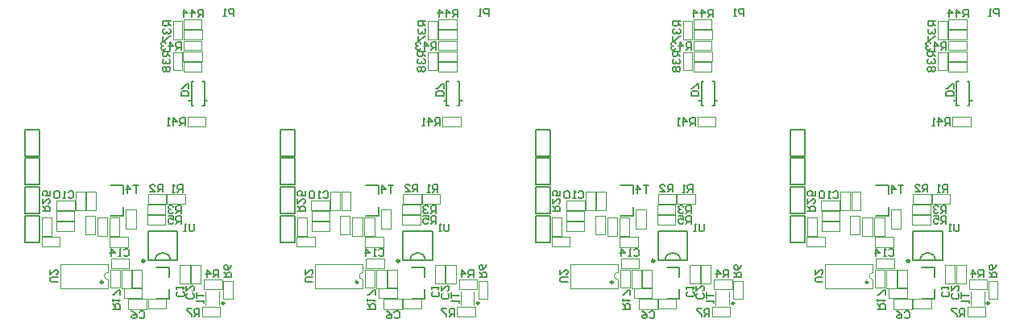
<source format=gbo>
G04*
G04 #@! TF.GenerationSoftware,Altium Limited,Altium Designer,20.1.14 (287)*
G04*
G04 Layer_Color=32896*
%FSAX25Y25*%
%MOIN*%
G70*
G04*
G04 #@! TF.SameCoordinates,1876172F-CBA1-4FB9-98D7-45F53F2F45AF*
G04*
G04*
G04 #@! TF.FilePolarity,Positive*
G04*
G01*
G75*
%ADD27C,0.01181*%
%ADD28C,0.00787*%
%ADD44C,0.00394*%
%ADD45C,0.00598*%
%ADD73C,0.00984*%
%ADD74C,0.01000*%
D27*
X0420332Y0417990D02*
G03*
X0420332Y0417990I-0000440J0000000D01*
G01*
X0525845D02*
G03*
X0525845Y0417990I-0000440J0000000D01*
G01*
X0631358D02*
G03*
X0631358Y0417990I-0000440J0000000D01*
G01*
X0736871D02*
G03*
X0736871Y0417990I-0000440J0000000D01*
G01*
D28*
X0431135Y0418385D02*
G03*
X0424819Y0418384I-0003158J-0000198D01*
G01*
X0445207Y0482124D02*
Y0492360D01*
X0444380Y0482124D02*
X0445207D01*
X0444380Y0492360D02*
X0445207D01*
X0439852D02*
X0440679D01*
X0439852Y0482124D02*
Y0492360D01*
Y0482124D02*
X0440679D01*
X0445207Y0484250D02*
X0446388D01*
X0438671D02*
X0439852D01*
X0371144Y0425679D02*
X0377144D01*
Y0436679D01*
X0371144D02*
X0377144D01*
X0371144Y0425679D02*
Y0436679D01*
Y0437490D02*
X0377144D01*
Y0448490D01*
X0371144D02*
X0377144D01*
X0371144Y0437490D02*
Y0448490D01*
Y0449498D02*
X0377144D01*
Y0460498D01*
X0371144D02*
X0377144D01*
X0371144Y0449498D02*
Y0460498D01*
Y0461309D02*
X0377144D01*
Y0472309D01*
X0371144D02*
X0377144D01*
X0371144Y0461309D02*
Y0472309D01*
X0406348Y0436514D02*
X0411663D01*
Y0440352D01*
Y0445471D02*
Y0449309D01*
X0406348D02*
X0411663D01*
X0425482Y0402380D02*
X0430797D01*
Y0406219D01*
Y0411337D02*
Y0415175D01*
X0425482D02*
X0430797D01*
X0421880Y0418211D02*
X0434085D01*
Y0430415D01*
X0421880D02*
X0434085D01*
X0421880Y0418211D02*
Y0430415D01*
X0536648Y0418385D02*
G03*
X0530332Y0418384I-0003158J-0000198D01*
G01*
X0550720Y0482124D02*
Y0492360D01*
X0549893Y0482124D02*
X0550720D01*
X0549893Y0492360D02*
X0550720D01*
X0545365D02*
X0546192D01*
X0545365Y0482124D02*
Y0492360D01*
Y0482124D02*
X0546192D01*
X0550720Y0484250D02*
X0551901D01*
X0544184D02*
X0545365D01*
X0476657Y0425679D02*
X0482657D01*
Y0436679D01*
X0476657D02*
X0482657D01*
X0476657Y0425679D02*
Y0436679D01*
Y0437490D02*
X0482657D01*
Y0448490D01*
X0476657D02*
X0482657D01*
X0476657Y0437490D02*
Y0448490D01*
Y0449498D02*
X0482657D01*
Y0460498D01*
X0476657D02*
X0482657D01*
X0476657Y0449498D02*
Y0460498D01*
Y0461309D02*
X0482657D01*
Y0472309D01*
X0476657D02*
X0482657D01*
X0476657Y0461309D02*
Y0472309D01*
X0511862Y0436514D02*
X0517177D01*
Y0440352D01*
Y0445471D02*
Y0449309D01*
X0511862D02*
X0517177D01*
X0530996Y0402380D02*
X0536310D01*
Y0406219D01*
Y0411337D02*
Y0415175D01*
X0530996D02*
X0536310D01*
X0527393Y0418211D02*
X0539598D01*
Y0430415D01*
X0527393D02*
X0539598D01*
X0527393Y0418211D02*
Y0430415D01*
X0642162Y0418385D02*
G03*
X0635846Y0418384I-0003158J-0000198D01*
G01*
X0656233Y0482124D02*
Y0492360D01*
X0655406Y0482124D02*
X0656233D01*
X0655406Y0492360D02*
X0656233D01*
X0650879D02*
X0651706D01*
X0650879Y0482124D02*
Y0492360D01*
Y0482124D02*
X0651706D01*
X0656233Y0484250D02*
X0657414D01*
X0649698D02*
X0650879D01*
X0582170Y0425679D02*
X0588170D01*
Y0436679D01*
X0582170D02*
X0588170D01*
X0582170Y0425679D02*
Y0436679D01*
Y0437490D02*
X0588170D01*
Y0448490D01*
X0582170D02*
X0588170D01*
X0582170Y0437490D02*
Y0448490D01*
Y0449498D02*
X0588170D01*
Y0460498D01*
X0582170D02*
X0588170D01*
X0582170Y0449498D02*
Y0460498D01*
Y0461309D02*
X0588170D01*
Y0472309D01*
X0582170D02*
X0588170D01*
X0582170Y0461309D02*
Y0472309D01*
X0617375Y0436514D02*
X0622690D01*
Y0440352D01*
Y0445471D02*
Y0449309D01*
X0617375D02*
X0622690D01*
X0636509Y0402380D02*
X0641824D01*
Y0406219D01*
Y0411337D02*
Y0415175D01*
X0636509D02*
X0641824D01*
X0632906Y0418211D02*
X0645111D01*
Y0430415D01*
X0632906D02*
X0645111D01*
X0632906Y0418211D02*
Y0430415D01*
X0747675Y0418385D02*
G03*
X0741359Y0418384I-0003158J-0000198D01*
G01*
X0761746Y0482124D02*
Y0492360D01*
X0760920Y0482124D02*
X0761746D01*
X0760920Y0492360D02*
X0761746D01*
X0756392D02*
X0757219D01*
X0756392Y0482124D02*
Y0492360D01*
Y0482124D02*
X0757219D01*
X0761746Y0484250D02*
X0762927D01*
X0755211D02*
X0756392D01*
X0687683Y0425679D02*
X0693683D01*
Y0436679D01*
X0687683D02*
X0693683D01*
X0687683Y0425679D02*
Y0436679D01*
Y0437490D02*
X0693683D01*
Y0448490D01*
X0687683D02*
X0693683D01*
X0687683Y0437490D02*
Y0448490D01*
Y0449498D02*
X0693683D01*
Y0460498D01*
X0687683D02*
X0693683D01*
X0687683Y0449498D02*
Y0460498D01*
Y0461309D02*
X0693683D01*
Y0472309D01*
X0687683D02*
X0693683D01*
X0687683Y0461309D02*
Y0472309D01*
X0722888Y0436514D02*
X0728203D01*
Y0440352D01*
Y0445471D02*
Y0449309D01*
X0722888D02*
X0728203D01*
X0742022Y0402380D02*
X0747337D01*
Y0406219D01*
Y0411337D02*
Y0415175D01*
X0742022D02*
X0747337D01*
X0738419Y0418211D02*
X0750624D01*
Y0430415D01*
X0738419D02*
X0750624D01*
X0738419Y0418211D02*
Y0430415D01*
D44*
X0405246Y0413135D02*
G03*
X0405246Y0410247I0000000J-0001444D01*
G01*
X0413809Y0398089D02*
Y0402222D01*
X0421486D01*
Y0398089D02*
Y0402222D01*
X0413809Y0398089D02*
X0421486D01*
X0405896Y0435805D02*
X0410030D01*
Y0428128D02*
Y0435805D01*
X0405896Y0428128D02*
X0410030D01*
X0405896D02*
Y0435805D01*
X0400856D02*
X0404990D01*
Y0428128D02*
Y0435805D01*
X0400856Y0428128D02*
X0404990D01*
X0400856D02*
Y0435805D01*
X0413730Y0423719D02*
Y0427852D01*
X0406053Y0423719D02*
X0413730D01*
X0406053D02*
Y0427852D01*
X0413730D01*
X0438238Y0477557D02*
X0445718D01*
X0438238Y0473620D02*
Y0477557D01*
Y0473620D02*
X0445718D01*
Y0477557D01*
X0444163Y0500569D02*
Y0504703D01*
X0436486Y0500569D02*
X0444163D01*
X0436486D02*
Y0504703D01*
X0444163D01*
X0436506Y0509053D02*
X0443986D01*
X0436506Y0505116D02*
Y0509053D01*
Y0505116D02*
X0443986D01*
Y0509053D01*
X0444203Y0509467D02*
Y0513600D01*
X0436526Y0509467D02*
X0444203D01*
X0436526D02*
Y0513600D01*
X0444203D01*
X0436545Y0517990D02*
X0444026D01*
X0436545Y0514053D02*
Y0517990D01*
Y0514053D02*
X0444026D01*
Y0517990D01*
X0436506Y0500156D02*
X0443986D01*
X0436506Y0496219D02*
Y0500156D01*
Y0496219D02*
X0443986D01*
Y0500156D01*
X0414065Y0415077D02*
Y0419014D01*
X0406585Y0415077D02*
X0414065D01*
X0406585D02*
Y0419014D01*
X0414065D01*
X0391939Y0446573D02*
X0395876D01*
Y0439093D02*
Y0446573D01*
X0391939Y0439093D02*
X0395876D01*
X0391939D02*
Y0446573D01*
X0383927Y0442971D02*
X0391604D01*
X0383927Y0438837D02*
Y0442971D01*
Y0438837D02*
X0391604D01*
Y0442971D01*
X0391466Y0434526D02*
Y0438463D01*
X0383986Y0434526D02*
X0391466D01*
X0383986D02*
Y0438463D01*
X0391466D01*
Y0430234D02*
Y0434171D01*
X0383986Y0430234D02*
X0391466D01*
X0383986D02*
Y0434171D01*
X0391466D01*
X0382116Y0428325D02*
Y0436002D01*
X0377982D02*
X0382116D01*
X0377982Y0428325D02*
Y0436002D01*
Y0428325D02*
X0382116D01*
X0385364Y0423896D02*
Y0427833D01*
X0377884Y0423896D02*
X0385364D01*
X0377884D02*
Y0427833D01*
X0385364D01*
X0411860Y0402518D02*
Y0406455D01*
X0419341D01*
Y0402518D02*
Y0406455D01*
X0411860Y0402518D02*
X0419341D01*
X0429734Y0441730D02*
Y0445667D01*
X0437215D01*
Y0441730D02*
Y0445667D01*
X0429734Y0441730D02*
X0437215D01*
X0429341D02*
Y0445667D01*
X0421860Y0441730D02*
X0429341D01*
X0421860D02*
Y0445667D01*
X0429341D01*
X0414990Y0406711D02*
Y0414388D01*
X0410856D02*
X0414990D01*
X0410856Y0406711D02*
Y0414388D01*
Y0406711D02*
X0414990D01*
X0405246Y0413135D02*
Y0416612D01*
Y0406770D02*
Y0410248D01*
X0385561Y0406770D02*
Y0416612D01*
X0405246D01*
X0385561Y0406770D02*
X0405246D01*
X0432175Y0504368D02*
X0436112D01*
Y0496888D02*
Y0504368D01*
X0432175Y0496888D02*
X0436112D01*
X0432175D02*
Y0504368D01*
Y0509762D02*
X0436112D01*
X0432175D02*
Y0517242D01*
X0436112D01*
Y0509762D02*
Y0517242D01*
X0421545Y0432911D02*
Y0436848D01*
X0429026D01*
Y0432911D02*
Y0436848D01*
X0421545Y0432911D02*
X0429026D01*
Y0437282D02*
Y0441219D01*
X0421545Y0437282D02*
X0429026D01*
X0421545D02*
Y0441219D01*
X0429026D01*
X0452529Y0406376D02*
Y0410313D01*
X0445049Y0406376D02*
X0452529D01*
X0445049D02*
Y0410313D01*
X0452529D01*
X0445797Y0399683D02*
Y0405195D01*
X0451309Y0399683D02*
Y0405195D01*
X0439636Y0408561D02*
Y0416238D01*
Y0408561D02*
X0443770D01*
Y0416238D01*
X0439636D02*
X0443770D01*
X0435108Y0408561D02*
Y0416238D01*
Y0408561D02*
X0439242D01*
Y0416238D01*
X0435108D02*
X0439242D01*
X0453002Y0409762D02*
X0456939D01*
Y0402282D02*
Y0409762D01*
X0453002Y0402282D02*
X0456939D01*
X0453002D02*
Y0409762D01*
X0451782Y0394994D02*
Y0398932D01*
X0444301Y0394994D02*
X0451782D01*
X0444301D02*
Y0398932D01*
X0451782D01*
X0395915Y0429053D02*
X0399852D01*
X0395915D02*
Y0436534D01*
X0399852D01*
Y0429053D02*
Y0436534D01*
X0416880Y0431435D02*
Y0439112D01*
X0412746D02*
X0416880D01*
X0412746Y0431435D02*
Y0439112D01*
Y0431435D02*
X0416880D01*
X0396348Y0439093D02*
X0400285D01*
X0396348D02*
Y0446573D01*
X0400285D01*
Y0439093D02*
Y0446573D01*
X0421900Y0398187D02*
Y0402124D01*
X0429380D01*
Y0398187D02*
Y0402124D01*
X0421900Y0398187D02*
X0429380D01*
X0406270Y0414329D02*
X0410207D01*
Y0406848D02*
Y0414329D01*
X0406270Y0406848D02*
X0410207D01*
X0406270D02*
Y0414329D01*
X0415404Y0414408D02*
X0419341D01*
Y0406927D02*
Y0414408D01*
X0415404Y0406927D02*
X0419341D01*
X0415404D02*
Y0414408D01*
X0510759Y0413135D02*
G03*
X0510759Y0410247I0000000J-0001444D01*
G01*
X0519322Y0398089D02*
Y0402222D01*
X0526999D01*
Y0398089D02*
Y0402222D01*
X0519322Y0398089D02*
X0526999D01*
X0511409Y0435805D02*
X0515543D01*
Y0428128D02*
Y0435805D01*
X0511409Y0428128D02*
X0515543D01*
X0511409D02*
Y0435805D01*
X0506369D02*
X0510503D01*
Y0428128D02*
Y0435805D01*
X0506369Y0428128D02*
X0510503D01*
X0506369D02*
Y0435805D01*
X0519243Y0423719D02*
Y0427852D01*
X0511566Y0423719D02*
X0519243D01*
X0511566D02*
Y0427852D01*
X0519243D01*
X0543751Y0477557D02*
X0551232D01*
X0543751Y0473620D02*
Y0477557D01*
Y0473620D02*
X0551232D01*
Y0477557D01*
X0549677Y0500569D02*
Y0504703D01*
X0541999Y0500569D02*
X0549677D01*
X0541999D02*
Y0504703D01*
X0549677D01*
X0542019Y0509053D02*
X0549499D01*
X0542019Y0505116D02*
Y0509053D01*
Y0505116D02*
X0549499D01*
Y0509053D01*
X0549716Y0509467D02*
Y0513600D01*
X0542039Y0509467D02*
X0549716D01*
X0542039D02*
Y0513600D01*
X0549716D01*
X0542058Y0517990D02*
X0549539D01*
X0542058Y0514053D02*
Y0517990D01*
Y0514053D02*
X0549539D01*
Y0517990D01*
X0542019Y0500156D02*
X0549499D01*
X0542019Y0496219D02*
Y0500156D01*
Y0496219D02*
X0549499D01*
Y0500156D01*
X0519578Y0415077D02*
Y0419014D01*
X0512098Y0415077D02*
X0519578D01*
X0512098D02*
Y0419014D01*
X0519578D01*
X0497452Y0446573D02*
X0501389D01*
Y0439093D02*
Y0446573D01*
X0497452Y0439093D02*
X0501389D01*
X0497452D02*
Y0446573D01*
X0489440Y0442971D02*
X0497118D01*
X0489440Y0438837D02*
Y0442971D01*
Y0438837D02*
X0497118D01*
Y0442971D01*
X0496980Y0434526D02*
Y0438463D01*
X0489499Y0434526D02*
X0496980D01*
X0489499D02*
Y0438463D01*
X0496980D01*
Y0430234D02*
Y0434171D01*
X0489499Y0430234D02*
X0496980D01*
X0489499D02*
Y0434171D01*
X0496980D01*
X0487629Y0428325D02*
Y0436002D01*
X0483496D02*
X0487629D01*
X0483496Y0428325D02*
Y0436002D01*
Y0428325D02*
X0487629D01*
X0490877Y0423896D02*
Y0427833D01*
X0483397Y0423896D02*
X0490877D01*
X0483397D02*
Y0427833D01*
X0490877D01*
X0517373Y0402518D02*
Y0406455D01*
X0524854D01*
Y0402518D02*
Y0406455D01*
X0517373Y0402518D02*
X0524854D01*
X0535247Y0441730D02*
Y0445667D01*
X0542728D01*
Y0441730D02*
Y0445667D01*
X0535247Y0441730D02*
X0542728D01*
X0534854D02*
Y0445667D01*
X0527373Y0441730D02*
X0534854D01*
X0527373D02*
Y0445667D01*
X0534854D01*
X0520503Y0406711D02*
Y0414388D01*
X0516369D02*
X0520503D01*
X0516369Y0406711D02*
Y0414388D01*
Y0406711D02*
X0520503D01*
X0510759Y0413135D02*
Y0416612D01*
Y0406770D02*
Y0410248D01*
X0491074Y0406770D02*
Y0416612D01*
X0510759D01*
X0491074Y0406770D02*
X0510759D01*
X0537688Y0504368D02*
X0541625D01*
Y0496888D02*
Y0504368D01*
X0537688Y0496888D02*
X0541625D01*
X0537688D02*
Y0504368D01*
Y0509762D02*
X0541625D01*
X0537688D02*
Y0517242D01*
X0541625D01*
Y0509762D02*
Y0517242D01*
X0527058Y0432911D02*
Y0436848D01*
X0534539D01*
Y0432911D02*
Y0436848D01*
X0527058Y0432911D02*
X0534539D01*
Y0437282D02*
Y0441219D01*
X0527058Y0437282D02*
X0534539D01*
X0527058D02*
Y0441219D01*
X0534539D01*
X0558043Y0406376D02*
Y0410313D01*
X0550562Y0406376D02*
X0558043D01*
X0550562D02*
Y0410313D01*
X0558043D01*
X0551310Y0399683D02*
Y0405195D01*
X0556822Y0399683D02*
Y0405195D01*
X0545149Y0408561D02*
Y0416238D01*
Y0408561D02*
X0549283D01*
Y0416238D01*
X0545149D02*
X0549283D01*
X0540622Y0408561D02*
Y0416238D01*
Y0408561D02*
X0544755D01*
Y0416238D01*
X0540622D02*
X0544755D01*
X0558515Y0409762D02*
X0562452D01*
Y0402282D02*
Y0409762D01*
X0558515Y0402282D02*
X0562452D01*
X0558515D02*
Y0409762D01*
X0557295Y0394994D02*
Y0398932D01*
X0549814Y0394994D02*
X0557295D01*
X0549814D02*
Y0398932D01*
X0557295D01*
X0501429Y0429053D02*
X0505366D01*
X0501429D02*
Y0436534D01*
X0505366D01*
Y0429053D02*
Y0436534D01*
X0522393Y0431435D02*
Y0439112D01*
X0518259D02*
X0522393D01*
X0518259Y0431435D02*
Y0439112D01*
Y0431435D02*
X0522393D01*
X0501862Y0439093D02*
X0505799D01*
X0501862D02*
Y0446573D01*
X0505799D01*
Y0439093D02*
Y0446573D01*
X0527413Y0398187D02*
Y0402124D01*
X0534893D01*
Y0398187D02*
Y0402124D01*
X0527413Y0398187D02*
X0534893D01*
X0511783Y0414329D02*
X0515720D01*
Y0406848D02*
Y0414329D01*
X0511783Y0406848D02*
X0515720D01*
X0511783D02*
Y0414329D01*
X0520917Y0414408D02*
X0524854D01*
Y0406927D02*
Y0414408D01*
X0520917Y0406927D02*
X0524854D01*
X0520917D02*
Y0414408D01*
X0616272Y0413135D02*
G03*
X0616272Y0410247I0000000J-0001444D01*
G01*
X0624835Y0398089D02*
Y0402222D01*
X0632513D01*
Y0398089D02*
Y0402222D01*
X0624835Y0398089D02*
X0632513D01*
X0616922Y0435805D02*
X0621056D01*
Y0428128D02*
Y0435805D01*
X0616922Y0428128D02*
X0621056D01*
X0616922D02*
Y0435805D01*
X0611883D02*
X0616017D01*
Y0428128D02*
Y0435805D01*
X0611883Y0428128D02*
X0616017D01*
X0611883D02*
Y0435805D01*
X0624757Y0423719D02*
Y0427852D01*
X0617080Y0423719D02*
X0624757D01*
X0617080D02*
Y0427852D01*
X0624757D01*
X0649265Y0477557D02*
X0656745D01*
X0649265Y0473620D02*
Y0477557D01*
Y0473620D02*
X0656745D01*
Y0477557D01*
X0655190Y0500569D02*
Y0504703D01*
X0647513Y0500569D02*
X0655190D01*
X0647513D02*
Y0504703D01*
X0655190D01*
X0647532Y0509053D02*
X0655013D01*
X0647532Y0505116D02*
Y0509053D01*
Y0505116D02*
X0655013D01*
Y0509053D01*
X0655229Y0509467D02*
Y0513600D01*
X0647552Y0509467D02*
X0655229D01*
X0647552D02*
Y0513600D01*
X0655229D01*
X0647572Y0517990D02*
X0655052D01*
X0647572Y0514053D02*
Y0517990D01*
Y0514053D02*
X0655052D01*
Y0517990D01*
X0647532Y0500156D02*
X0655013D01*
X0647532Y0496219D02*
Y0500156D01*
Y0496219D02*
X0655013D01*
Y0500156D01*
X0625091Y0415077D02*
Y0419014D01*
X0617611Y0415077D02*
X0625091D01*
X0617611D02*
Y0419014D01*
X0625091D01*
X0602965Y0446573D02*
X0606902D01*
Y0439093D02*
Y0446573D01*
X0602965Y0439093D02*
X0606902D01*
X0602965D02*
Y0446573D01*
X0594954Y0442971D02*
X0602631D01*
X0594954Y0438837D02*
Y0442971D01*
Y0438837D02*
X0602631D01*
Y0442971D01*
X0602493Y0434526D02*
Y0438463D01*
X0595013Y0434526D02*
X0602493D01*
X0595013D02*
Y0438463D01*
X0602493D01*
Y0430234D02*
Y0434171D01*
X0595013Y0430234D02*
X0602493D01*
X0595013D02*
Y0434171D01*
X0602493D01*
X0593143Y0428325D02*
Y0436002D01*
X0589009D02*
X0593143D01*
X0589009Y0428325D02*
Y0436002D01*
Y0428325D02*
X0593143D01*
X0596391Y0423896D02*
Y0427833D01*
X0588910Y0423896D02*
X0596391D01*
X0588910D02*
Y0427833D01*
X0596391D01*
X0622887Y0402518D02*
Y0406455D01*
X0630367D01*
Y0402518D02*
Y0406455D01*
X0622887Y0402518D02*
X0630367D01*
X0640761Y0441730D02*
Y0445667D01*
X0648241D01*
Y0441730D02*
Y0445667D01*
X0640761Y0441730D02*
X0648241D01*
X0640367D02*
Y0445667D01*
X0632887Y0441730D02*
X0640367D01*
X0632887D02*
Y0445667D01*
X0640367D01*
X0626017Y0406711D02*
Y0414388D01*
X0621883D02*
X0626017D01*
X0621883Y0406711D02*
Y0414388D01*
Y0406711D02*
X0626017D01*
X0616272Y0413135D02*
Y0416612D01*
Y0406770D02*
Y0410248D01*
X0596587Y0406770D02*
Y0416612D01*
X0616272D01*
X0596587Y0406770D02*
X0616272D01*
X0643202Y0504368D02*
X0647139D01*
Y0496888D02*
Y0504368D01*
X0643202Y0496888D02*
X0647139D01*
X0643202D02*
Y0504368D01*
Y0509762D02*
X0647139D01*
X0643202D02*
Y0517242D01*
X0647139D01*
Y0509762D02*
Y0517242D01*
X0632572Y0432911D02*
Y0436848D01*
X0640052D01*
Y0432911D02*
Y0436848D01*
X0632572Y0432911D02*
X0640052D01*
Y0437282D02*
Y0441219D01*
X0632572Y0437282D02*
X0640052D01*
X0632572D02*
Y0441219D01*
X0640052D01*
X0663556Y0406376D02*
Y0410313D01*
X0656076Y0406376D02*
X0663556D01*
X0656076D02*
Y0410313D01*
X0663556D01*
X0656824Y0399683D02*
Y0405195D01*
X0662335Y0399683D02*
Y0405195D01*
X0650662Y0408561D02*
Y0416238D01*
Y0408561D02*
X0654796D01*
Y0416238D01*
X0650662D02*
X0654796D01*
X0646135Y0408561D02*
Y0416238D01*
Y0408561D02*
X0650269D01*
Y0416238D01*
X0646135D02*
X0650269D01*
X0664028Y0409762D02*
X0667965D01*
Y0402282D02*
Y0409762D01*
X0664028Y0402282D02*
X0667965D01*
X0664028D02*
Y0409762D01*
X0662808Y0394994D02*
Y0398932D01*
X0655328Y0394994D02*
X0662808D01*
X0655328D02*
Y0398932D01*
X0662808D01*
X0606942Y0429053D02*
X0610879D01*
X0606942D02*
Y0436534D01*
X0610879D01*
Y0429053D02*
Y0436534D01*
X0627906Y0431435D02*
Y0439112D01*
X0623772D02*
X0627906D01*
X0623772Y0431435D02*
Y0439112D01*
Y0431435D02*
X0627906D01*
X0607375Y0439093D02*
X0611312D01*
X0607375D02*
Y0446573D01*
X0611312D01*
Y0439093D02*
Y0446573D01*
X0632926Y0398187D02*
Y0402124D01*
X0640406D01*
Y0398187D02*
Y0402124D01*
X0632926Y0398187D02*
X0640406D01*
X0617296Y0414329D02*
X0621233D01*
Y0406848D02*
Y0414329D01*
X0617296Y0406848D02*
X0621233D01*
X0617296D02*
Y0414329D01*
X0626430Y0414408D02*
X0630367D01*
Y0406927D02*
Y0414408D01*
X0626430Y0406927D02*
X0630367D01*
X0626430D02*
Y0414408D01*
X0721786Y0413135D02*
G03*
X0721786Y0410247I0000000J-0001444D01*
G01*
X0730349Y0398089D02*
Y0402222D01*
X0738026D01*
Y0398089D02*
Y0402222D01*
X0730349Y0398089D02*
X0738026D01*
X0722435Y0435805D02*
X0726569D01*
Y0428128D02*
Y0435805D01*
X0722435Y0428128D02*
X0726569D01*
X0722435D02*
Y0435805D01*
X0717396D02*
X0721530D01*
Y0428128D02*
Y0435805D01*
X0717396Y0428128D02*
X0721530D01*
X0717396D02*
Y0435805D01*
X0730270Y0423719D02*
Y0427852D01*
X0722593Y0423719D02*
X0730270D01*
X0722593D02*
Y0427852D01*
X0730270D01*
X0754778Y0477557D02*
X0762258D01*
X0754778Y0473620D02*
Y0477557D01*
Y0473620D02*
X0762258D01*
Y0477557D01*
X0760703Y0500569D02*
Y0504703D01*
X0753026Y0500569D02*
X0760703D01*
X0753026D02*
Y0504703D01*
X0760703D01*
X0753046Y0509053D02*
X0760526D01*
X0753046Y0505116D02*
Y0509053D01*
Y0505116D02*
X0760526D01*
Y0509053D01*
X0760742Y0509467D02*
Y0513600D01*
X0753065Y0509467D02*
X0760742D01*
X0753065D02*
Y0513600D01*
X0760742D01*
X0753085Y0517990D02*
X0760565D01*
X0753085Y0514053D02*
Y0517990D01*
Y0514053D02*
X0760565D01*
Y0517990D01*
X0753046Y0500156D02*
X0760526D01*
X0753046Y0496219D02*
Y0500156D01*
Y0496219D02*
X0760526D01*
Y0500156D01*
X0730605Y0415077D02*
Y0419014D01*
X0723124Y0415077D02*
X0730605D01*
X0723124D02*
Y0419014D01*
X0730605D01*
X0708479Y0446573D02*
X0712416D01*
Y0439093D02*
Y0446573D01*
X0708479Y0439093D02*
X0712416D01*
X0708479D02*
Y0446573D01*
X0700467Y0442971D02*
X0708144D01*
X0700467Y0438837D02*
Y0442971D01*
Y0438837D02*
X0708144D01*
Y0442971D01*
X0708006Y0434526D02*
Y0438463D01*
X0700526Y0434526D02*
X0708006D01*
X0700526D02*
Y0438463D01*
X0708006D01*
Y0430234D02*
Y0434171D01*
X0700526Y0430234D02*
X0708006D01*
X0700526D02*
Y0434171D01*
X0708006D01*
X0698656Y0428325D02*
Y0436002D01*
X0694522D02*
X0698656D01*
X0694522Y0428325D02*
Y0436002D01*
Y0428325D02*
X0698656D01*
X0701904Y0423896D02*
Y0427833D01*
X0694423Y0423896D02*
X0701904D01*
X0694423D02*
Y0427833D01*
X0701904D01*
X0728400Y0402518D02*
Y0406455D01*
X0735880D01*
Y0402518D02*
Y0406455D01*
X0728400Y0402518D02*
X0735880D01*
X0746274Y0441730D02*
Y0445667D01*
X0753754D01*
Y0441730D02*
Y0445667D01*
X0746274Y0441730D02*
X0753754D01*
X0745880D02*
Y0445667D01*
X0738400Y0441730D02*
X0745880D01*
X0738400D02*
Y0445667D01*
X0745880D01*
X0731530Y0406711D02*
Y0414388D01*
X0727396D02*
X0731530D01*
X0727396Y0406711D02*
Y0414388D01*
Y0406711D02*
X0731530D01*
X0721786Y0413135D02*
Y0416612D01*
Y0406770D02*
Y0410248D01*
X0702101Y0406770D02*
Y0416612D01*
X0721786D01*
X0702101Y0406770D02*
X0721786D01*
X0748715Y0504368D02*
X0752652D01*
Y0496888D02*
Y0504368D01*
X0748715Y0496888D02*
X0752652D01*
X0748715D02*
Y0504368D01*
Y0509762D02*
X0752652D01*
X0748715D02*
Y0517242D01*
X0752652D01*
Y0509762D02*
Y0517242D01*
X0738085Y0432911D02*
Y0436848D01*
X0745565D01*
Y0432911D02*
Y0436848D01*
X0738085Y0432911D02*
X0745565D01*
Y0437282D02*
Y0441219D01*
X0738085Y0437282D02*
X0745565D01*
X0738085D02*
Y0441219D01*
X0745565D01*
X0769069Y0406376D02*
Y0410313D01*
X0761589Y0406376D02*
X0769069D01*
X0761589D02*
Y0410313D01*
X0769069D01*
X0762337Y0399683D02*
Y0405195D01*
X0767849Y0399683D02*
Y0405195D01*
X0756176Y0408561D02*
Y0416238D01*
Y0408561D02*
X0760309D01*
Y0416238D01*
X0756176D02*
X0760309D01*
X0751648Y0408561D02*
Y0416238D01*
Y0408561D02*
X0755782D01*
Y0416238D01*
X0751648D02*
X0755782D01*
X0769542Y0409762D02*
X0773479D01*
Y0402282D02*
Y0409762D01*
X0769542Y0402282D02*
X0773479D01*
X0769542D02*
Y0409762D01*
X0768321Y0394994D02*
Y0398932D01*
X0760841Y0394994D02*
X0768321D01*
X0760841D02*
Y0398932D01*
X0768321D01*
X0712455Y0429053D02*
X0716392D01*
X0712455D02*
Y0436534D01*
X0716392D01*
Y0429053D02*
Y0436534D01*
X0733420Y0431435D02*
Y0439112D01*
X0729286D02*
X0733420D01*
X0729286Y0431435D02*
Y0439112D01*
Y0431435D02*
X0733420D01*
X0712888Y0439093D02*
X0716825D01*
X0712888D02*
Y0446573D01*
X0716825D01*
Y0439093D02*
Y0446573D01*
X0738439Y0398187D02*
Y0402124D01*
X0745920D01*
Y0398187D02*
Y0402124D01*
X0738439Y0398187D02*
X0745920D01*
X0722809Y0414329D02*
X0726746D01*
Y0406848D02*
Y0414329D01*
X0722809Y0406848D02*
X0726746D01*
X0722809D02*
Y0414329D01*
X0731943Y0414408D02*
X0735880D01*
Y0406927D02*
Y0414408D01*
X0731943Y0406927D02*
X0735880D01*
X0731943D02*
Y0414408D01*
D45*
X0438671Y0486115D02*
X0435522D01*
Y0487689D01*
X0436047Y0488213D01*
X0438146D01*
X0438671Y0487689D01*
Y0486115D01*
Y0489263D02*
Y0491362D01*
X0438146D01*
X0436047Y0489263D01*
X0435522D01*
X0444641Y0518896D02*
Y0522045D01*
X0443067D01*
X0442542Y0521520D01*
Y0520471D01*
X0443067Y0519946D01*
X0444641D01*
X0443591D02*
X0442542Y0518896D01*
X0439918D02*
Y0522045D01*
X0441492Y0520471D01*
X0439393D01*
X0436769Y0518896D02*
Y0522045D01*
X0438344Y0520471D01*
X0436245D01*
X0435586Y0505353D02*
Y0508502D01*
X0434012D01*
X0433487Y0507977D01*
Y0506927D01*
X0434012Y0506402D01*
X0435586D01*
X0434536D02*
X0433487Y0505353D01*
X0430863D02*
Y0508502D01*
X0432437Y0506927D01*
X0430338D01*
X0429289Y0507977D02*
X0428764Y0508502D01*
X0427714D01*
X0427190Y0507977D01*
Y0507452D01*
X0427714Y0506927D01*
X0428239D01*
X0427714D01*
X0427190Y0506402D01*
Y0505878D01*
X0427714Y0505353D01*
X0428764D01*
X0429289Y0505878D01*
X0437187Y0474014D02*
Y0477163D01*
X0435613D01*
X0435088Y0476638D01*
Y0475589D01*
X0435613Y0475064D01*
X0437187D01*
X0436138D02*
X0435088Y0474014D01*
X0432464D02*
Y0477163D01*
X0434038Y0475589D01*
X0431939D01*
X0430890Y0474014D02*
X0429840D01*
X0430365D01*
Y0477163D01*
X0430890Y0476638D01*
X0411846Y0422465D02*
X0412371Y0422990D01*
X0413421D01*
X0413945Y0422465D01*
Y0420366D01*
X0413421Y0419841D01*
X0412371D01*
X0411846Y0420366D01*
X0410797Y0419841D02*
X0409747D01*
X0410272D01*
Y0422990D01*
X0410797Y0422465D01*
X0406599Y0419841D02*
Y0422990D01*
X0408173Y0421415D01*
X0406074D01*
X0431033Y0504708D02*
X0427884D01*
Y0503134D01*
X0428409Y0502609D01*
X0429459D01*
X0429983Y0503134D01*
Y0504708D01*
Y0503658D02*
X0431033Y0502609D01*
X0428409Y0501559D02*
X0427884Y0501035D01*
Y0499985D01*
X0428409Y0499460D01*
X0428934D01*
X0429459Y0499985D01*
Y0500510D01*
Y0499985D01*
X0429983Y0499460D01*
X0430508D01*
X0431033Y0499985D01*
Y0501035D01*
X0430508Y0501559D01*
X0428409Y0498411D02*
X0427884Y0497886D01*
Y0496837D01*
X0428409Y0496312D01*
X0428934D01*
X0429459Y0496837D01*
X0429983Y0496312D01*
X0430508D01*
X0431033Y0496837D01*
Y0497886D01*
X0430508Y0498411D01*
X0429983D01*
X0429459Y0497886D01*
X0428934Y0498411D01*
X0428409D01*
X0429459Y0497886D02*
Y0496837D01*
X0431230Y0517228D02*
X0428081D01*
Y0515653D01*
X0428606Y0515129D01*
X0429656D01*
X0430180Y0515653D01*
Y0517228D01*
Y0516178D02*
X0431230Y0515129D01*
X0428606Y0514079D02*
X0428081Y0513554D01*
Y0512505D01*
X0428606Y0511980D01*
X0429131D01*
X0429656Y0512505D01*
Y0513030D01*
Y0512505D01*
X0430180Y0511980D01*
X0430705D01*
X0431230Y0512505D01*
Y0513554D01*
X0430705Y0514079D01*
X0428081Y0510931D02*
Y0508832D01*
X0428606D01*
X0430705Y0510931D01*
X0431230D01*
X0384589Y0409149D02*
X0381965D01*
X0381441Y0409673D01*
Y0410723D01*
X0381965Y0411248D01*
X0384589D01*
X0381441Y0414396D02*
Y0412297D01*
X0383540Y0414396D01*
X0384065D01*
X0384589Y0413871D01*
Y0412822D01*
X0384065Y0412297D01*
X0440928Y0433344D02*
Y0430720D01*
X0440403Y0430196D01*
X0439354D01*
X0438829Y0430720D01*
Y0433344D01*
X0437779Y0430196D02*
X0436730D01*
X0437254D01*
Y0433344D01*
X0437779Y0432819D01*
X0417909Y0449250D02*
X0415810D01*
X0416860D01*
Y0446101D01*
X0413186D02*
Y0449250D01*
X0414761Y0447675D01*
X0412662D01*
X0441900Y0404814D02*
Y0402715D01*
Y0403764D01*
X0445049D01*
Y0401665D02*
Y0400616D01*
Y0401140D01*
X0441900D01*
X0442425Y0401665D01*
X0378199Y0438517D02*
X0381348D01*
Y0440091D01*
X0380823Y0440616D01*
X0379774D01*
X0379249Y0440091D01*
Y0438517D01*
Y0439566D02*
X0378199Y0440616D01*
Y0443764D02*
Y0441665D01*
X0380298Y0443764D01*
X0380823D01*
X0381348Y0443239D01*
Y0442190D01*
X0380823Y0441665D01*
X0381348Y0446913D02*
Y0444814D01*
X0379774D01*
X0380298Y0445863D01*
Y0446388D01*
X0379774Y0446913D01*
X0378724D01*
X0378199Y0446388D01*
Y0445338D01*
X0378724Y0444814D01*
X0407176Y0398031D02*
X0410324D01*
Y0399605D01*
X0409799Y0400130D01*
X0408750D01*
X0408225Y0399605D01*
Y0398031D01*
Y0399080D02*
X0407176Y0400130D01*
Y0401180D02*
Y0402229D01*
Y0401704D01*
X0410324D01*
X0409799Y0401180D01*
X0410324Y0403803D02*
Y0405902D01*
X0409799D01*
X0407700Y0403803D01*
X0407176D01*
X0443106Y0394959D02*
Y0398108D01*
X0441532D01*
X0441007Y0397583D01*
Y0396534D01*
X0441532Y0396009D01*
X0443106D01*
X0442057D02*
X0441007Y0394959D01*
X0439958Y0398108D02*
X0437858D01*
Y0397583D01*
X0439958Y0395484D01*
Y0394959D01*
X0453317Y0411154D02*
X0456466D01*
Y0412728D01*
X0455941Y0413253D01*
X0454892D01*
X0454367Y0412728D01*
Y0411154D01*
Y0412203D02*
X0453317Y0413253D01*
X0456466Y0416401D02*
X0455941Y0415352D01*
X0454892Y0414302D01*
X0453842D01*
X0453317Y0414827D01*
Y0415877D01*
X0453842Y0416401D01*
X0454367D01*
X0454892Y0415877D01*
Y0414302D01*
X0435547Y0433345D02*
Y0436494D01*
X0433973D01*
X0433448Y0435969D01*
Y0434919D01*
X0433973Y0434395D01*
X0435547D01*
X0434497D02*
X0433448Y0433345D01*
X0430299Y0436494D02*
X0432398D01*
Y0434919D01*
X0431349Y0435444D01*
X0430824D01*
X0430299Y0434919D01*
Y0433870D01*
X0430824Y0433345D01*
X0431874D01*
X0432398Y0433870D01*
X0451019Y0411180D02*
Y0414328D01*
X0449445D01*
X0448920Y0413804D01*
Y0412754D01*
X0449445Y0412229D01*
X0451019D01*
X0449970D02*
X0448920Y0411180D01*
X0446297D02*
Y0414328D01*
X0447871Y0412754D01*
X0445772D01*
X0435547Y0437676D02*
Y0440824D01*
X0433973D01*
X0433448Y0440300D01*
Y0439250D01*
X0433973Y0438725D01*
X0435547D01*
X0434497D02*
X0433448Y0437676D01*
X0432398Y0440300D02*
X0431874Y0440824D01*
X0430824D01*
X0430299Y0440300D01*
Y0439775D01*
X0430824Y0439250D01*
X0431349D01*
X0430824D01*
X0430299Y0438725D01*
Y0438201D01*
X0430824Y0437676D01*
X0431874D01*
X0432398Y0438201D01*
X0427949Y0446455D02*
Y0449604D01*
X0426374D01*
X0425849Y0449079D01*
Y0448030D01*
X0426374Y0447505D01*
X0427949D01*
X0426899D02*
X0425849Y0446455D01*
X0422701D02*
X0424800D01*
X0422701Y0448554D01*
Y0449079D01*
X0423226Y0449604D01*
X0424275D01*
X0424800Y0449079D01*
X0436164Y0446416D02*
Y0449565D01*
X0434590D01*
X0434065Y0449040D01*
Y0447990D01*
X0434590Y0447466D01*
X0436164D01*
X0435114D02*
X0434065Y0446416D01*
X0433015D02*
X0431966D01*
X0432491D01*
Y0449565D01*
X0433015Y0449040D01*
X0457345Y0519290D02*
Y0522439D01*
X0455771D01*
X0455246Y0521914D01*
Y0520864D01*
X0455771Y0520339D01*
X0457345D01*
X0454197Y0519290D02*
X0453147D01*
X0453672D01*
Y0522439D01*
X0454197Y0521914D01*
X0388854Y0446402D02*
X0389379Y0446927D01*
X0390429D01*
X0390953Y0446402D01*
Y0444303D01*
X0390429Y0443778D01*
X0389379D01*
X0388854Y0444303D01*
X0387805Y0443778D02*
X0386755D01*
X0387280D01*
Y0446927D01*
X0387805Y0446402D01*
X0385181D02*
X0384656Y0446927D01*
X0383607D01*
X0383082Y0446402D01*
Y0444303D01*
X0383607Y0443778D01*
X0384656D01*
X0385181Y0444303D01*
Y0446402D01*
X0418291Y0396756D02*
X0418815Y0397281D01*
X0419865D01*
X0420390Y0396756D01*
Y0394657D01*
X0419865Y0394132D01*
X0418815D01*
X0418291Y0394657D01*
X0415142Y0397281D02*
X0416191Y0396756D01*
X0417241Y0395707D01*
Y0394657D01*
X0416716Y0394132D01*
X0415667D01*
X0415142Y0394657D01*
Y0395182D01*
X0415667Y0395707D01*
X0417241D01*
X0440390Y0404513D02*
X0440915Y0403988D01*
Y0402938D01*
X0440390Y0402414D01*
X0438291D01*
X0437766Y0402938D01*
Y0403988D01*
X0438291Y0404513D01*
X0437766Y0407661D02*
Y0405562D01*
X0439865Y0407661D01*
X0440390D01*
X0440915Y0407136D01*
Y0406087D01*
X0440390Y0405562D01*
X0436335Y0405274D02*
X0436860Y0404749D01*
Y0403699D01*
X0436335Y0403175D01*
X0434236D01*
X0433711Y0403699D01*
Y0404749D01*
X0434236Y0405274D01*
X0433711Y0406323D02*
Y0407373D01*
Y0406848D01*
X0436860D01*
X0436335Y0406323D01*
X0544184Y0486115D02*
X0541035D01*
Y0487689D01*
X0541560Y0488213D01*
X0543659D01*
X0544184Y0487689D01*
Y0486115D01*
Y0489263D02*
Y0491362D01*
X0543659D01*
X0541560Y0489263D01*
X0541035D01*
X0550154Y0518896D02*
Y0522045D01*
X0548580D01*
X0548055Y0521520D01*
Y0520471D01*
X0548580Y0519946D01*
X0550154D01*
X0549105D02*
X0548055Y0518896D01*
X0545431D02*
Y0522045D01*
X0547006Y0520471D01*
X0544907D01*
X0542283Y0518896D02*
Y0522045D01*
X0543857Y0520471D01*
X0541758D01*
X0541099Y0505353D02*
Y0508502D01*
X0539525D01*
X0539000Y0507977D01*
Y0506927D01*
X0539525Y0506402D01*
X0541099D01*
X0540050D02*
X0539000Y0505353D01*
X0536376D02*
Y0508502D01*
X0537951Y0506927D01*
X0535851D01*
X0534802Y0507977D02*
X0534277Y0508502D01*
X0533228D01*
X0532703Y0507977D01*
Y0507452D01*
X0533228Y0506927D01*
X0533752D01*
X0533228D01*
X0532703Y0506402D01*
Y0505878D01*
X0533228Y0505353D01*
X0534277D01*
X0534802Y0505878D01*
X0542700Y0474014D02*
Y0477163D01*
X0541126D01*
X0540601Y0476638D01*
Y0475589D01*
X0541126Y0475064D01*
X0542700D01*
X0541651D02*
X0540601Y0474014D01*
X0537977D02*
Y0477163D01*
X0539552Y0475589D01*
X0537453D01*
X0536403Y0474014D02*
X0535354D01*
X0535878D01*
Y0477163D01*
X0536403Y0476638D01*
X0517360Y0422465D02*
X0517884Y0422990D01*
X0518934D01*
X0519459Y0422465D01*
Y0420366D01*
X0518934Y0419841D01*
X0517884D01*
X0517360Y0420366D01*
X0516310Y0419841D02*
X0515261D01*
X0515785D01*
Y0422990D01*
X0516310Y0422465D01*
X0512112Y0419841D02*
Y0422990D01*
X0513686Y0421415D01*
X0511587D01*
X0536546Y0504708D02*
X0533397D01*
Y0503134D01*
X0533922Y0502609D01*
X0534972D01*
X0535497Y0503134D01*
Y0504708D01*
Y0503658D02*
X0536546Y0502609D01*
X0533922Y0501559D02*
X0533397Y0501035D01*
Y0499985D01*
X0533922Y0499460D01*
X0534447D01*
X0534972Y0499985D01*
Y0500510D01*
Y0499985D01*
X0535497Y0499460D01*
X0536021D01*
X0536546Y0499985D01*
Y0501035D01*
X0536021Y0501559D01*
X0533922Y0498411D02*
X0533397Y0497886D01*
Y0496837D01*
X0533922Y0496312D01*
X0534447D01*
X0534972Y0496837D01*
X0535497Y0496312D01*
X0536021D01*
X0536546Y0496837D01*
Y0497886D01*
X0536021Y0498411D01*
X0535497D01*
X0534972Y0497886D01*
X0534447Y0498411D01*
X0533922D01*
X0534972Y0497886D02*
Y0496837D01*
X0536743Y0517228D02*
X0533594D01*
Y0515653D01*
X0534119Y0515129D01*
X0535169D01*
X0535694Y0515653D01*
Y0517228D01*
Y0516178D02*
X0536743Y0515129D01*
X0534119Y0514079D02*
X0533594Y0513554D01*
Y0512505D01*
X0534119Y0511980D01*
X0534644D01*
X0535169Y0512505D01*
Y0513030D01*
Y0512505D01*
X0535694Y0511980D01*
X0536218D01*
X0536743Y0512505D01*
Y0513554D01*
X0536218Y0514079D01*
X0533594Y0510931D02*
Y0508832D01*
X0534119D01*
X0536218Y0510931D01*
X0536743D01*
X0490103Y0409149D02*
X0487479D01*
X0486954Y0409673D01*
Y0410723D01*
X0487479Y0411248D01*
X0490103D01*
X0486954Y0414396D02*
Y0412297D01*
X0489053Y0414396D01*
X0489578D01*
X0490103Y0413871D01*
Y0412822D01*
X0489578Y0412297D01*
X0546441Y0433344D02*
Y0430720D01*
X0545916Y0430196D01*
X0544867D01*
X0544342Y0430720D01*
Y0433344D01*
X0543292Y0430196D02*
X0542243D01*
X0542768D01*
Y0433344D01*
X0543292Y0432819D01*
X0523422Y0449250D02*
X0521323D01*
X0522373D01*
Y0446101D01*
X0518700D02*
Y0449250D01*
X0520274Y0447675D01*
X0518175D01*
X0547413Y0404814D02*
Y0402715D01*
Y0403764D01*
X0550562D01*
Y0401665D02*
Y0400616D01*
Y0401140D01*
X0547413D01*
X0547938Y0401665D01*
X0483712Y0438517D02*
X0486861D01*
Y0440091D01*
X0486336Y0440616D01*
X0485287D01*
X0484762Y0440091D01*
Y0438517D01*
Y0439566D02*
X0483712Y0440616D01*
Y0443764D02*
Y0441665D01*
X0485812Y0443764D01*
X0486336D01*
X0486861Y0443239D01*
Y0442190D01*
X0486336Y0441665D01*
X0486861Y0446913D02*
Y0444814D01*
X0485287D01*
X0485812Y0445863D01*
Y0446388D01*
X0485287Y0446913D01*
X0484237D01*
X0483712Y0446388D01*
Y0445338D01*
X0484237Y0444814D01*
X0512689Y0398031D02*
X0515837D01*
Y0399605D01*
X0515313Y0400130D01*
X0514263D01*
X0513738Y0399605D01*
Y0398031D01*
Y0399080D02*
X0512689Y0400130D01*
Y0401180D02*
Y0402229D01*
Y0401704D01*
X0515837D01*
X0515313Y0401180D01*
X0515837Y0403803D02*
Y0405902D01*
X0515313D01*
X0513214Y0403803D01*
X0512689D01*
X0548619Y0394959D02*
Y0398108D01*
X0547045D01*
X0546520Y0397583D01*
Y0396534D01*
X0547045Y0396009D01*
X0548619D01*
X0547570D02*
X0546520Y0394959D01*
X0545471Y0398108D02*
X0543372D01*
Y0397583D01*
X0545471Y0395484D01*
Y0394959D01*
X0558831Y0411154D02*
X0561979D01*
Y0412728D01*
X0561454Y0413253D01*
X0560405D01*
X0559880Y0412728D01*
Y0411154D01*
Y0412203D02*
X0558831Y0413253D01*
X0561979Y0416401D02*
X0561454Y0415352D01*
X0560405Y0414302D01*
X0559355D01*
X0558831Y0414827D01*
Y0415877D01*
X0559355Y0416401D01*
X0559880D01*
X0560405Y0415877D01*
Y0414302D01*
X0541060Y0433345D02*
Y0436494D01*
X0539486D01*
X0538961Y0435969D01*
Y0434919D01*
X0539486Y0434395D01*
X0541060D01*
X0540011D02*
X0538961Y0433345D01*
X0535813Y0436494D02*
X0537912D01*
Y0434919D01*
X0536862Y0435444D01*
X0536337D01*
X0535813Y0434919D01*
Y0433870D01*
X0536337Y0433345D01*
X0537387D01*
X0537912Y0433870D01*
X0556533Y0411180D02*
Y0414328D01*
X0554958D01*
X0554434Y0413804D01*
Y0412754D01*
X0554958Y0412229D01*
X0556533D01*
X0555483D02*
X0554434Y0411180D01*
X0551810D02*
Y0414328D01*
X0553384Y0412754D01*
X0551285D01*
X0541060Y0437676D02*
Y0440824D01*
X0539486D01*
X0538961Y0440300D01*
Y0439250D01*
X0539486Y0438725D01*
X0541060D01*
X0540011D02*
X0538961Y0437676D01*
X0537912Y0440300D02*
X0537387Y0440824D01*
X0536337D01*
X0535813Y0440300D01*
Y0439775D01*
X0536337Y0439250D01*
X0536862D01*
X0536337D01*
X0535813Y0438725D01*
Y0438201D01*
X0536337Y0437676D01*
X0537387D01*
X0537912Y0438201D01*
X0533462Y0446455D02*
Y0449604D01*
X0531887D01*
X0531363Y0449079D01*
Y0448030D01*
X0531887Y0447505D01*
X0533462D01*
X0532412D02*
X0531363Y0446455D01*
X0528214D02*
X0530313D01*
X0528214Y0448554D01*
Y0449079D01*
X0528739Y0449604D01*
X0529788D01*
X0530313Y0449079D01*
X0541677Y0446416D02*
Y0449565D01*
X0540103D01*
X0539578Y0449040D01*
Y0447990D01*
X0540103Y0447466D01*
X0541677D01*
X0540628D02*
X0539578Y0446416D01*
X0538529D02*
X0537479D01*
X0538004D01*
Y0449565D01*
X0538529Y0449040D01*
X0562858Y0519290D02*
Y0522439D01*
X0561284D01*
X0560759Y0521914D01*
Y0520864D01*
X0561284Y0520339D01*
X0562858D01*
X0559710Y0519290D02*
X0558660D01*
X0559185D01*
Y0522439D01*
X0559710Y0521914D01*
X0494368Y0446402D02*
X0494892Y0446927D01*
X0495942D01*
X0496467Y0446402D01*
Y0444303D01*
X0495942Y0443778D01*
X0494892D01*
X0494368Y0444303D01*
X0493318Y0443778D02*
X0492269D01*
X0492793D01*
Y0446927D01*
X0493318Y0446402D01*
X0490694D02*
X0490169Y0446927D01*
X0489120D01*
X0488595Y0446402D01*
Y0444303D01*
X0489120Y0443778D01*
X0490169D01*
X0490694Y0444303D01*
Y0446402D01*
X0523804Y0396756D02*
X0524328Y0397281D01*
X0525378D01*
X0525903Y0396756D01*
Y0394657D01*
X0525378Y0394132D01*
X0524328D01*
X0523804Y0394657D01*
X0520655Y0397281D02*
X0521705Y0396756D01*
X0522754Y0395707D01*
Y0394657D01*
X0522229Y0394132D01*
X0521180D01*
X0520655Y0394657D01*
Y0395182D01*
X0521180Y0395707D01*
X0522754D01*
X0545903Y0404513D02*
X0546428Y0403988D01*
Y0402938D01*
X0545903Y0402414D01*
X0543804D01*
X0543279Y0402938D01*
Y0403988D01*
X0543804Y0404513D01*
X0543279Y0407661D02*
Y0405562D01*
X0545378Y0407661D01*
X0545903D01*
X0546428Y0407136D01*
Y0406087D01*
X0545903Y0405562D01*
X0541848Y0405274D02*
X0542373Y0404749D01*
Y0403699D01*
X0541848Y0403175D01*
X0539749D01*
X0539224Y0403699D01*
Y0404749D01*
X0539749Y0405274D01*
X0539224Y0406323D02*
Y0407373D01*
Y0406848D01*
X0542373D01*
X0541848Y0406323D01*
X0649697Y0486115D02*
X0646549D01*
Y0487689D01*
X0647073Y0488213D01*
X0649172D01*
X0649697Y0487689D01*
Y0486115D01*
Y0489263D02*
Y0491362D01*
X0649172D01*
X0647073Y0489263D01*
X0646549D01*
X0655667Y0518896D02*
Y0522045D01*
X0654093D01*
X0653568Y0521520D01*
Y0520471D01*
X0654093Y0519946D01*
X0655667D01*
X0654618D02*
X0653568Y0518896D01*
X0650945D02*
Y0522045D01*
X0652519Y0520471D01*
X0650420D01*
X0647796Y0518896D02*
Y0522045D01*
X0649370Y0520471D01*
X0647271D01*
X0646612Y0505353D02*
Y0508502D01*
X0645038D01*
X0644513Y0507977D01*
Y0506927D01*
X0645038Y0506402D01*
X0646612D01*
X0645563D02*
X0644513Y0505353D01*
X0641889D02*
Y0508502D01*
X0643464Y0506927D01*
X0641365D01*
X0640315Y0507977D02*
X0639790Y0508502D01*
X0638741D01*
X0638216Y0507977D01*
Y0507452D01*
X0638741Y0506927D01*
X0639266D01*
X0638741D01*
X0638216Y0506402D01*
Y0505878D01*
X0638741Y0505353D01*
X0639790D01*
X0640315Y0505878D01*
X0648213Y0474014D02*
Y0477163D01*
X0646639D01*
X0646114Y0476638D01*
Y0475589D01*
X0646639Y0475064D01*
X0648213D01*
X0647164D02*
X0646114Y0474014D01*
X0643491D02*
Y0477163D01*
X0645065Y0475589D01*
X0642966D01*
X0641916Y0474014D02*
X0640867D01*
X0641392D01*
Y0477163D01*
X0641916Y0476638D01*
X0622873Y0422465D02*
X0623398Y0422990D01*
X0624447D01*
X0624972Y0422465D01*
Y0420366D01*
X0624447Y0419841D01*
X0623398D01*
X0622873Y0420366D01*
X0621823Y0419841D02*
X0620774D01*
X0621299D01*
Y0422990D01*
X0621823Y0422465D01*
X0617625Y0419841D02*
Y0422990D01*
X0619200Y0421415D01*
X0617100D01*
X0642059Y0504708D02*
X0638911D01*
Y0503134D01*
X0639435Y0502609D01*
X0640485D01*
X0641010Y0503134D01*
Y0504708D01*
Y0503658D02*
X0642059Y0502609D01*
X0639435Y0501559D02*
X0638911Y0501035D01*
Y0499985D01*
X0639435Y0499460D01*
X0639960D01*
X0640485Y0499985D01*
Y0500510D01*
Y0499985D01*
X0641010Y0499460D01*
X0641535D01*
X0642059Y0499985D01*
Y0501035D01*
X0641535Y0501559D01*
X0639435Y0498411D02*
X0638911Y0497886D01*
Y0496837D01*
X0639435Y0496312D01*
X0639960D01*
X0640485Y0496837D01*
X0641010Y0496312D01*
X0641535D01*
X0642059Y0496837D01*
Y0497886D01*
X0641535Y0498411D01*
X0641010D01*
X0640485Y0497886D01*
X0639960Y0498411D01*
X0639435D01*
X0640485Y0497886D02*
Y0496837D01*
X0642256Y0517228D02*
X0639108D01*
Y0515653D01*
X0639632Y0515129D01*
X0640682D01*
X0641207Y0515653D01*
Y0517228D01*
Y0516178D02*
X0642256Y0515129D01*
X0639632Y0514079D02*
X0639108Y0513554D01*
Y0512505D01*
X0639632Y0511980D01*
X0640157D01*
X0640682Y0512505D01*
Y0513030D01*
Y0512505D01*
X0641207Y0511980D01*
X0641731D01*
X0642256Y0512505D01*
Y0513554D01*
X0641731Y0514079D01*
X0639108Y0510931D02*
Y0508832D01*
X0639632D01*
X0641731Y0510931D01*
X0642256D01*
X0595616Y0409149D02*
X0592992D01*
X0592467Y0409673D01*
Y0410723D01*
X0592992Y0411248D01*
X0595616D01*
X0592467Y0414396D02*
Y0412297D01*
X0594566Y0414396D01*
X0595091D01*
X0595616Y0413871D01*
Y0412822D01*
X0595091Y0412297D01*
X0651954Y0433344D02*
Y0430720D01*
X0651429Y0430196D01*
X0650380D01*
X0649855Y0430720D01*
Y0433344D01*
X0648806Y0430196D02*
X0647756D01*
X0648281D01*
Y0433344D01*
X0648806Y0432819D01*
X0628936Y0449250D02*
X0626837D01*
X0627886D01*
Y0446101D01*
X0624213D02*
Y0449250D01*
X0625787Y0447675D01*
X0623688D01*
X0652926Y0404814D02*
Y0402715D01*
Y0403764D01*
X0656075D01*
Y0401665D02*
Y0400616D01*
Y0401140D01*
X0652926D01*
X0653451Y0401665D01*
X0589226Y0438517D02*
X0592374D01*
Y0440091D01*
X0591850Y0440616D01*
X0590800D01*
X0590275Y0440091D01*
Y0438517D01*
Y0439566D02*
X0589226Y0440616D01*
Y0443764D02*
Y0441665D01*
X0591325Y0443764D01*
X0591850D01*
X0592374Y0443239D01*
Y0442190D01*
X0591850Y0441665D01*
X0592374Y0446913D02*
Y0444814D01*
X0590800D01*
X0591325Y0445863D01*
Y0446388D01*
X0590800Y0446913D01*
X0589750D01*
X0589226Y0446388D01*
Y0445338D01*
X0589750Y0444814D01*
X0618202Y0398031D02*
X0621351D01*
Y0399605D01*
X0620826Y0400130D01*
X0619776D01*
X0619252Y0399605D01*
Y0398031D01*
Y0399080D02*
X0618202Y0400130D01*
Y0401180D02*
Y0402229D01*
Y0401704D01*
X0621351D01*
X0620826Y0401180D01*
X0621351Y0403803D02*
Y0405902D01*
X0620826D01*
X0618727Y0403803D01*
X0618202D01*
X0654133Y0394959D02*
Y0398108D01*
X0652558D01*
X0652033Y0397583D01*
Y0396534D01*
X0652558Y0396009D01*
X0654133D01*
X0653083D02*
X0652033Y0394959D01*
X0650984Y0398108D02*
X0648885D01*
Y0397583D01*
X0650984Y0395484D01*
Y0394959D01*
X0664344Y0411154D02*
X0667492D01*
Y0412728D01*
X0666968Y0413253D01*
X0665918D01*
X0665393Y0412728D01*
Y0411154D01*
Y0412203D02*
X0664344Y0413253D01*
X0667492Y0416401D02*
X0666968Y0415352D01*
X0665918Y0414302D01*
X0664869D01*
X0664344Y0414827D01*
Y0415877D01*
X0664869Y0416401D01*
X0665393D01*
X0665918Y0415877D01*
Y0414302D01*
X0646573Y0433345D02*
Y0436494D01*
X0644999D01*
X0644474Y0435969D01*
Y0434919D01*
X0644999Y0434395D01*
X0646573D01*
X0645524D02*
X0644474Y0433345D01*
X0641326Y0436494D02*
X0643425D01*
Y0434919D01*
X0642375Y0435444D01*
X0641851D01*
X0641326Y0434919D01*
Y0433870D01*
X0641851Y0433345D01*
X0642900D01*
X0643425Y0433870D01*
X0662046Y0411180D02*
Y0414328D01*
X0660472D01*
X0659947Y0413804D01*
Y0412754D01*
X0660472Y0412229D01*
X0662046D01*
X0660996D02*
X0659947Y0411180D01*
X0657323D02*
Y0414328D01*
X0658897Y0412754D01*
X0656798D01*
X0646573Y0437676D02*
Y0440824D01*
X0644999D01*
X0644474Y0440300D01*
Y0439250D01*
X0644999Y0438725D01*
X0646573D01*
X0645524D02*
X0644474Y0437676D01*
X0643425Y0440300D02*
X0642900Y0440824D01*
X0641851D01*
X0641326Y0440300D01*
Y0439775D01*
X0641851Y0439250D01*
X0642375D01*
X0641851D01*
X0641326Y0438725D01*
Y0438201D01*
X0641851Y0437676D01*
X0642900D01*
X0643425Y0438201D01*
X0638975Y0446455D02*
Y0449604D01*
X0637401D01*
X0636876Y0449079D01*
Y0448030D01*
X0637401Y0447505D01*
X0638975D01*
X0637925D02*
X0636876Y0446455D01*
X0633727D02*
X0635826D01*
X0633727Y0448554D01*
Y0449079D01*
X0634252Y0449604D01*
X0635302D01*
X0635826Y0449079D01*
X0647190Y0446416D02*
Y0449565D01*
X0645616D01*
X0645091Y0449040D01*
Y0447990D01*
X0645616Y0447466D01*
X0647190D01*
X0646141D02*
X0645091Y0446416D01*
X0644042D02*
X0642992D01*
X0643517D01*
Y0449565D01*
X0644042Y0449040D01*
X0668371Y0519290D02*
Y0522439D01*
X0666797D01*
X0666272Y0521914D01*
Y0520864D01*
X0666797Y0520339D01*
X0668371D01*
X0665223Y0519290D02*
X0664173D01*
X0664698D01*
Y0522439D01*
X0665223Y0521914D01*
X0599881Y0446402D02*
X0600406Y0446927D01*
X0601455D01*
X0601980Y0446402D01*
Y0444303D01*
X0601455Y0443778D01*
X0600406D01*
X0599881Y0444303D01*
X0598831Y0443778D02*
X0597782D01*
X0598307D01*
Y0446927D01*
X0598831Y0446402D01*
X0596207D02*
X0595683Y0446927D01*
X0594633D01*
X0594108Y0446402D01*
Y0444303D01*
X0594633Y0443778D01*
X0595683D01*
X0596207Y0444303D01*
Y0446402D01*
X0629317Y0396756D02*
X0629842Y0397281D01*
X0630891D01*
X0631416Y0396756D01*
Y0394657D01*
X0630891Y0394132D01*
X0629842D01*
X0629317Y0394657D01*
X0626168Y0397281D02*
X0627218Y0396756D01*
X0628267Y0395707D01*
Y0394657D01*
X0627743Y0394132D01*
X0626693D01*
X0626168Y0394657D01*
Y0395182D01*
X0626693Y0395707D01*
X0628267D01*
X0651416Y0404513D02*
X0651941Y0403988D01*
Y0402938D01*
X0651416Y0402414D01*
X0649317D01*
X0648793Y0402938D01*
Y0403988D01*
X0649317Y0404513D01*
X0648793Y0407661D02*
Y0405562D01*
X0650892Y0407661D01*
X0651416D01*
X0651941Y0407136D01*
Y0406087D01*
X0651416Y0405562D01*
X0647361Y0405274D02*
X0647886Y0404749D01*
Y0403699D01*
X0647361Y0403175D01*
X0645262D01*
X0644737Y0403699D01*
Y0404749D01*
X0645262Y0405274D01*
X0644737Y0406323D02*
Y0407373D01*
Y0406848D01*
X0647886D01*
X0647361Y0406323D01*
X0755210Y0486115D02*
X0752062D01*
Y0487689D01*
X0752587Y0488213D01*
X0754686D01*
X0755210Y0487689D01*
Y0486115D01*
Y0489263D02*
Y0491362D01*
X0754686D01*
X0752587Y0489263D01*
X0752062D01*
X0761181Y0518896D02*
Y0522045D01*
X0759606D01*
X0759082Y0521520D01*
Y0520471D01*
X0759606Y0519946D01*
X0761181D01*
X0760131D02*
X0759082Y0518896D01*
X0756458D02*
Y0522045D01*
X0758032Y0520471D01*
X0755933D01*
X0753309Y0518896D02*
Y0522045D01*
X0754883Y0520471D01*
X0752784D01*
X0752126Y0505353D02*
Y0508502D01*
X0750551D01*
X0750027Y0507977D01*
Y0506927D01*
X0750551Y0506402D01*
X0752126D01*
X0751076D02*
X0750027Y0505353D01*
X0747403D02*
Y0508502D01*
X0748977Y0506927D01*
X0746878D01*
X0745828Y0507977D02*
X0745304Y0508502D01*
X0744254D01*
X0743729Y0507977D01*
Y0507452D01*
X0744254Y0506927D01*
X0744779D01*
X0744254D01*
X0743729Y0506402D01*
Y0505878D01*
X0744254Y0505353D01*
X0745304D01*
X0745828Y0505878D01*
X0753727Y0474014D02*
Y0477163D01*
X0752152D01*
X0751628Y0476638D01*
Y0475589D01*
X0752152Y0475064D01*
X0753727D01*
X0752677D02*
X0751628Y0474014D01*
X0749004D02*
Y0477163D01*
X0750578Y0475589D01*
X0748479D01*
X0747430Y0474014D02*
X0746380D01*
X0746905D01*
Y0477163D01*
X0747430Y0476638D01*
X0728386Y0422465D02*
X0728911Y0422990D01*
X0729960D01*
X0730485Y0422465D01*
Y0420366D01*
X0729960Y0419841D01*
X0728911D01*
X0728386Y0420366D01*
X0727337Y0419841D02*
X0726287D01*
X0726812D01*
Y0422990D01*
X0727337Y0422465D01*
X0723139Y0419841D02*
Y0422990D01*
X0724713Y0421415D01*
X0722614D01*
X0747573Y0504708D02*
X0744424D01*
Y0503134D01*
X0744949Y0502609D01*
X0745998D01*
X0746523Y0503134D01*
Y0504708D01*
Y0503658D02*
X0747573Y0502609D01*
X0744949Y0501559D02*
X0744424Y0501035D01*
Y0499985D01*
X0744949Y0499460D01*
X0745473D01*
X0745998Y0499985D01*
Y0500510D01*
Y0499985D01*
X0746523Y0499460D01*
X0747048D01*
X0747573Y0499985D01*
Y0501035D01*
X0747048Y0501559D01*
X0744949Y0498411D02*
X0744424Y0497886D01*
Y0496837D01*
X0744949Y0496312D01*
X0745473D01*
X0745998Y0496837D01*
X0746523Y0496312D01*
X0747048D01*
X0747573Y0496837D01*
Y0497886D01*
X0747048Y0498411D01*
X0746523D01*
X0745998Y0497886D01*
X0745473Y0498411D01*
X0744949D01*
X0745998Y0497886D02*
Y0496837D01*
X0747769Y0517228D02*
X0744621D01*
Y0515653D01*
X0745146Y0515129D01*
X0746195D01*
X0746720Y0515653D01*
Y0517228D01*
Y0516178D02*
X0747769Y0515129D01*
X0745146Y0514079D02*
X0744621Y0513554D01*
Y0512505D01*
X0745146Y0511980D01*
X0745670D01*
X0746195Y0512505D01*
Y0513030D01*
Y0512505D01*
X0746720Y0511980D01*
X0747245D01*
X0747769Y0512505D01*
Y0513554D01*
X0747245Y0514079D01*
X0744621Y0510931D02*
Y0508832D01*
X0745146D01*
X0747245Y0510931D01*
X0747769D01*
X0701129Y0409149D02*
X0698505D01*
X0697980Y0409673D01*
Y0410723D01*
X0698505Y0411248D01*
X0701129D01*
X0697980Y0414396D02*
Y0412297D01*
X0700079Y0414396D01*
X0700604D01*
X0701129Y0413871D01*
Y0412822D01*
X0700604Y0412297D01*
X0757467Y0433344D02*
Y0430720D01*
X0756943Y0430196D01*
X0755893D01*
X0755368Y0430720D01*
Y0433344D01*
X0754319Y0430196D02*
X0753269D01*
X0753794D01*
Y0433344D01*
X0754319Y0432819D01*
X0734449Y0449250D02*
X0732350D01*
X0733399D01*
Y0446101D01*
X0729726D02*
Y0449250D01*
X0731300Y0447675D01*
X0729201D01*
X0758440Y0404814D02*
Y0402715D01*
Y0403764D01*
X0761588D01*
Y0401665D02*
Y0400616D01*
Y0401140D01*
X0758440D01*
X0758964Y0401665D01*
X0694739Y0438517D02*
X0697888D01*
Y0440091D01*
X0697363Y0440616D01*
X0696313D01*
X0695788Y0440091D01*
Y0438517D01*
Y0439566D02*
X0694739Y0440616D01*
Y0443764D02*
Y0441665D01*
X0696838Y0443764D01*
X0697363D01*
X0697888Y0443239D01*
Y0442190D01*
X0697363Y0441665D01*
X0697888Y0446913D02*
Y0444814D01*
X0696313D01*
X0696838Y0445863D01*
Y0446388D01*
X0696313Y0446913D01*
X0695264D01*
X0694739Y0446388D01*
Y0445338D01*
X0695264Y0444814D01*
X0723715Y0398031D02*
X0726864D01*
Y0399605D01*
X0726339Y0400130D01*
X0725290D01*
X0724765Y0399605D01*
Y0398031D01*
Y0399080D02*
X0723715Y0400130D01*
Y0401180D02*
Y0402229D01*
Y0401704D01*
X0726864D01*
X0726339Y0401180D01*
X0726864Y0403803D02*
Y0405902D01*
X0726339D01*
X0724240Y0403803D01*
X0723715D01*
X0759646Y0394959D02*
Y0398108D01*
X0758071D01*
X0757547Y0397583D01*
Y0396534D01*
X0758071Y0396009D01*
X0759646D01*
X0758596D02*
X0757547Y0394959D01*
X0756497Y0398108D02*
X0754398D01*
Y0397583D01*
X0756497Y0395484D01*
Y0394959D01*
X0769857Y0411154D02*
X0773006D01*
Y0412728D01*
X0772481Y0413253D01*
X0771431D01*
X0770907Y0412728D01*
Y0411154D01*
Y0412203D02*
X0769857Y0413253D01*
X0773006Y0416401D02*
X0772481Y0415352D01*
X0771431Y0414302D01*
X0770382D01*
X0769857Y0414827D01*
Y0415877D01*
X0770382Y0416401D01*
X0770907D01*
X0771431Y0415877D01*
Y0414302D01*
X0752087Y0433345D02*
Y0436494D01*
X0750512D01*
X0749988Y0435969D01*
Y0434919D01*
X0750512Y0434395D01*
X0752087D01*
X0751037D02*
X0749988Y0433345D01*
X0746839Y0436494D02*
X0748938D01*
Y0434919D01*
X0747889Y0435444D01*
X0747364D01*
X0746839Y0434919D01*
Y0433870D01*
X0747364Y0433345D01*
X0748413D01*
X0748938Y0433870D01*
X0767559Y0411180D02*
Y0414328D01*
X0765985D01*
X0765460Y0413804D01*
Y0412754D01*
X0765985Y0412229D01*
X0767559D01*
X0766510D02*
X0765460Y0411180D01*
X0762836D02*
Y0414328D01*
X0764410Y0412754D01*
X0762312D01*
X0752087Y0437676D02*
Y0440824D01*
X0750512D01*
X0749988Y0440300D01*
Y0439250D01*
X0750512Y0438725D01*
X0752087D01*
X0751037D02*
X0749988Y0437676D01*
X0748938Y0440300D02*
X0748413Y0440824D01*
X0747364D01*
X0746839Y0440300D01*
Y0439775D01*
X0747364Y0439250D01*
X0747889D01*
X0747364D01*
X0746839Y0438725D01*
Y0438201D01*
X0747364Y0437676D01*
X0748413D01*
X0748938Y0438201D01*
X0744488Y0446455D02*
Y0449604D01*
X0742914D01*
X0742389Y0449079D01*
Y0448030D01*
X0742914Y0447505D01*
X0744488D01*
X0743439D02*
X0742389Y0446455D01*
X0739241D02*
X0741340D01*
X0739241Y0448554D01*
Y0449079D01*
X0739765Y0449604D01*
X0740815D01*
X0741340Y0449079D01*
X0752704Y0446416D02*
Y0449565D01*
X0751129D01*
X0750605Y0449040D01*
Y0447990D01*
X0751129Y0447466D01*
X0752704D01*
X0751654D02*
X0750605Y0446416D01*
X0749555D02*
X0748505D01*
X0749030D01*
Y0449565D01*
X0749555Y0449040D01*
X0773885Y0519290D02*
Y0522439D01*
X0772310D01*
X0771786Y0521914D01*
Y0520864D01*
X0772310Y0520339D01*
X0773885D01*
X0770736Y0519290D02*
X0769687D01*
X0770211D01*
Y0522439D01*
X0770736Y0521914D01*
X0705394Y0446402D02*
X0705919Y0446927D01*
X0706968D01*
X0707493Y0446402D01*
Y0444303D01*
X0706968Y0443778D01*
X0705919D01*
X0705394Y0444303D01*
X0704345Y0443778D02*
X0703295D01*
X0703820D01*
Y0446927D01*
X0704345Y0446402D01*
X0701721D02*
X0701196Y0446927D01*
X0700146D01*
X0699622Y0446402D01*
Y0444303D01*
X0700146Y0443778D01*
X0701196D01*
X0701721Y0444303D01*
Y0446402D01*
X0734830Y0396756D02*
X0735355Y0397281D01*
X0736404D01*
X0736929Y0396756D01*
Y0394657D01*
X0736404Y0394132D01*
X0735355D01*
X0734830Y0394657D01*
X0731681Y0397281D02*
X0732731Y0396756D01*
X0733781Y0395707D01*
Y0394657D01*
X0733256Y0394132D01*
X0732206D01*
X0731681Y0394657D01*
Y0395182D01*
X0732206Y0395707D01*
X0733781D01*
X0756930Y0404513D02*
X0757454Y0403988D01*
Y0402938D01*
X0756930Y0402414D01*
X0754831D01*
X0754306Y0402938D01*
Y0403988D01*
X0754831Y0404513D01*
X0754306Y0407661D02*
Y0405562D01*
X0756405Y0407661D01*
X0756930D01*
X0757454Y0407136D01*
Y0406087D01*
X0756930Y0405562D01*
X0752875Y0405274D02*
X0753399Y0404749D01*
Y0403699D01*
X0752875Y0403175D01*
X0750775D01*
X0750251Y0403699D01*
Y0404749D01*
X0750775Y0405274D01*
X0750251Y0406323D02*
Y0407373D01*
Y0406848D01*
X0753399D01*
X0752875Y0406323D01*
D73*
X0403238Y0409191D02*
G03*
X0403238Y0409191I-0000492J0000000D01*
G01*
X0508751D02*
G03*
X0508751Y0409191I-0000492J0000000D01*
G01*
X0614265D02*
G03*
X0614265Y0409191I-0000492J0000000D01*
G01*
X0719778D02*
G03*
X0719778Y0409191I-0000492J0000000D01*
G01*
D74*
X0453357Y0400471D02*
G03*
X0453357Y0400471I-0000473J0000000D01*
G01*
X0558870D02*
G03*
X0558870Y0400471I-0000473J0000000D01*
G01*
X0664383D02*
G03*
X0664383Y0400471I-0000473J0000000D01*
G01*
X0769896D02*
G03*
X0769896Y0400471I-0000473J0000000D01*
G01*
M02*

</source>
